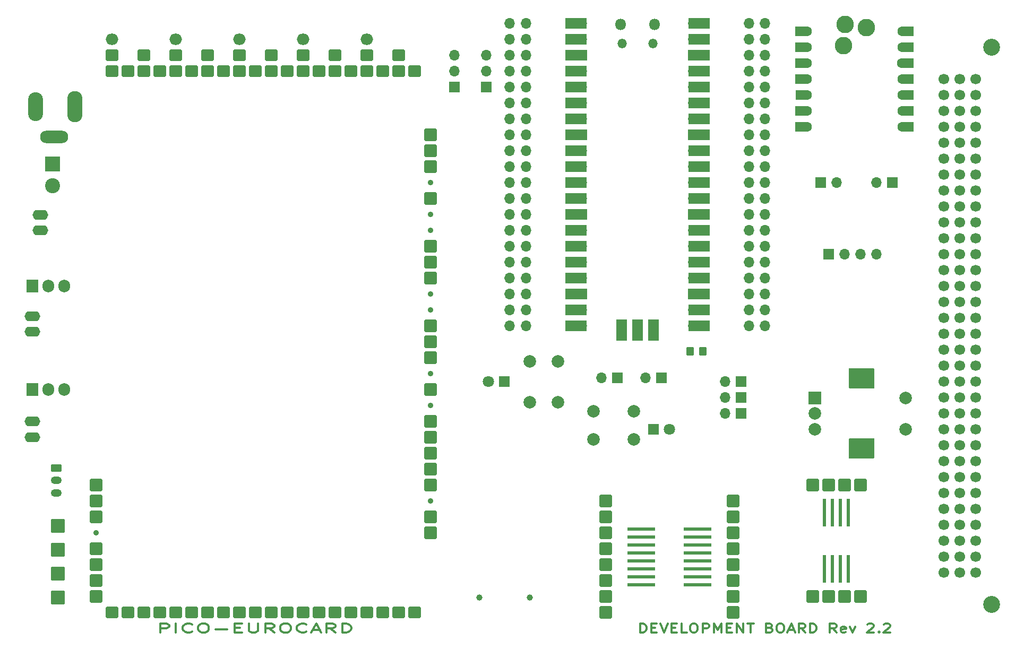
<source format=gts>
%TF.GenerationSoftware,KiCad,Pcbnew,(6.0.7)*%
%TF.CreationDate,2022-11-12T16:25:49+00:00*%
%TF.ProjectId,pico-euro,7069636f-2d65-4757-926f-2e6b69636164,rev?*%
%TF.SameCoordinates,Original*%
%TF.FileFunction,Soldermask,Top*%
%TF.FilePolarity,Negative*%
%FSLAX46Y46*%
G04 Gerber Fmt 4.6, Leading zero omitted, Abs format (unit mm)*
G04 Created by KiCad (PCBNEW (6.0.7)) date 2022-11-12 16:25:49*
%MOMM*%
%LPD*%
G01*
G04 APERTURE LIST*
G04 Aperture macros list*
%AMRoundRect*
0 Rectangle with rounded corners*
0 $1 Rounding radius*
0 $2 $3 $4 $5 $6 $7 $8 $9 X,Y pos of 4 corners*
0 Add a 4 corners polygon primitive as box body*
4,1,4,$2,$3,$4,$5,$6,$7,$8,$9,$2,$3,0*
0 Add four circle primitives for the rounded corners*
1,1,$1+$1,$2,$3*
1,1,$1+$1,$4,$5*
1,1,$1+$1,$6,$7*
1,1,$1+$1,$8,$9*
0 Add four rect primitives between the rounded corners*
20,1,$1+$1,$2,$3,$4,$5,0*
20,1,$1+$1,$4,$5,$6,$7,0*
20,1,$1+$1,$6,$7,$8,$9,0*
20,1,$1+$1,$8,$9,$2,$3,0*%
%AMFreePoly0*
4,1,45,1.912603,1.631106,1.928902,1.631106,1.941342,1.622068,1.956012,1.617454,1.965717,1.604359,1.978902,1.594779,1.983654,1.580154,1.992810,1.567799,1.992964,1.551500,1.998000,1.536000,1.998000,-1.500000,1.993154,-1.514916,1.993203,-1.530602,1.983844,-1.543570,1.978902,-1.558779,1.966213,-1.567998,1.957034,-1.580716,1.941840,-1.585706,1.928902,-1.595106,1.913217,-1.595106,
1.898315,-1.600000,-1.911685,-1.612000,-1.926910,-1.607106,-1.942902,-1.607106,-1.955591,-1.597887,-1.970524,-1.593087,-1.979965,-1.580179,-1.992902,-1.570779,-1.997749,-1.555861,-2.007008,-1.543201,-2.007058,-1.527209,-2.012000,-1.512000,-2.012000,1.500000,-2.007249,1.514623,-2.007394,1.530002,-1.997938,1.543279,-1.992902,1.558779,-1.980462,1.567817,-1.971541,1.580343,-1.956088,1.585526,
-1.942902,1.595106,-1.927525,1.595106,-1.912945,1.599996,1.897055,1.635996,1.912603,1.631106,1.912603,1.631106,$1*%
%AMFreePoly1*
4,1,45,1.898315,1.600000,1.913217,1.595106,1.928902,1.595106,1.941840,1.585706,1.957034,1.580716,1.966213,1.567998,1.978902,1.558779,1.983844,1.543570,1.993203,1.530602,1.993154,1.514916,1.998000,1.500000,1.998000,-1.536000,1.992964,-1.551500,1.992810,-1.567799,1.983654,-1.580154,1.978902,-1.594779,1.965717,-1.604359,1.956012,-1.617454,1.941342,-1.622068,1.928902,-1.631106,
1.912603,-1.631106,1.897055,-1.635996,-1.912945,-1.599996,-1.927525,-1.595106,-1.942902,-1.595106,-1.956088,-1.585526,-1.971541,-1.580343,-1.980462,-1.567817,-1.992902,-1.558779,-1.997938,-1.543279,-2.007394,-1.530002,-2.007249,-1.514623,-2.012000,-1.500000,-2.012000,1.512000,-2.007058,1.527209,-2.007008,1.543201,-1.997749,1.555861,-1.992902,1.570779,-1.979965,1.580179,-1.970524,1.593087,
-1.955591,1.597887,-1.942902,1.607106,-1.926910,1.607106,-1.911685,1.612000,1.898315,1.600000,1.898315,1.600000,$1*%
G04 Aperture macros list end*
%ADD10C,0.350000*%
%ADD11O,1.700000X1.700000*%
%ADD12R,1.905000X2.000000*%
%ADD13O,1.905000X2.000000*%
%ADD14C,0.900000*%
%ADD15RoundRect,0.180000X-0.820000X0.720000X-0.820000X-0.720000X0.820000X-0.720000X0.820000X0.720000X0*%
%ADD16RoundRect,0.200000X-0.800000X-0.800000X0.800000X-0.800000X0.800000X0.800000X-0.800000X0.800000X0*%
%ADD17RoundRect,0.200000X0.800000X-0.800000X0.800000X0.800000X-0.800000X0.800000X-0.800000X-0.800000X0*%
%ADD18RoundRect,0.200000X0.800000X0.800000X-0.800000X0.800000X-0.800000X-0.800000X0.800000X-0.800000X0*%
%ADD19R,0.600000X4.500000*%
%ADD20R,1.700000X1.700000*%
%ADD21RoundRect,0.250000X-0.625000X0.350000X-0.625000X-0.350000X0.625000X-0.350000X0.625000X0.350000X0*%
%ADD22O,1.750000X1.200000*%
%ADD23O,2.500000X1.600000*%
%ADD24R,2.000000X2.000000*%
%ADD25C,2.000000*%
%ADD26FreePoly0,0.000000*%
%ADD27FreePoly1,0.000000*%
%ADD28O,2.000000X1.800000*%
%ADD29C,2.700000*%
%ADD30C,1.700000*%
%ADD31RoundRect,0.220000X0.880000X0.880000X-0.880000X0.880000X-0.880000X-0.880000X0.880000X-0.880000X0*%
%ADD32O,2.400000X5.000000*%
%ADD33O,4.500000X2.000000*%
%ADD34O,2.400000X4.600000*%
%ADD35RoundRect,0.250000X-0.350000X-0.450000X0.350000X-0.450000X0.350000X0.450000X-0.350000X0.450000X0*%
%ADD36RoundRect,0.180000X0.820000X-0.720000X0.820000X0.720000X-0.820000X0.720000X-0.820000X-0.720000X0*%
%ADD37R,2.000000X1.580000*%
%ADD38C,1.600000*%
%ADD39C,2.800000*%
%ADD40R,2.400000X2.400000*%
%ADD41C,2.400000*%
%ADD42R,1.800000X1.800000*%
%ADD43C,1.800000*%
%ADD44RoundRect,0.200000X-0.800000X0.800000X-0.800000X-0.800000X0.800000X-0.800000X0.800000X0.800000X0*%
%ADD45R,1.700000X3.500000*%
%ADD46R,3.500000X1.700000*%
%ADD47O,1.800000X1.800000*%
%ADD48O,1.500000X1.500000*%
%ADD49R,4.500000X0.600000*%
%ADD50C,1.000000*%
G04 APERTURE END LIST*
D10*
X129974285Y-135253333D02*
X129974285Y-133853333D01*
X130402857Y-133853333D01*
X130660000Y-133920000D01*
X130831428Y-134053333D01*
X130917142Y-134186666D01*
X131002857Y-134453333D01*
X131002857Y-134653333D01*
X130917142Y-134920000D01*
X130831428Y-135053333D01*
X130660000Y-135186666D01*
X130402857Y-135253333D01*
X129974285Y-135253333D01*
X131774285Y-134520000D02*
X132374285Y-134520000D01*
X132631428Y-135253333D02*
X131774285Y-135253333D01*
X131774285Y-133853333D01*
X132631428Y-133853333D01*
X133145714Y-133853333D02*
X133745714Y-135253333D01*
X134345714Y-133853333D01*
X134945714Y-134520000D02*
X135545714Y-134520000D01*
X135802857Y-135253333D02*
X134945714Y-135253333D01*
X134945714Y-133853333D01*
X135802857Y-133853333D01*
X137431428Y-135253333D02*
X136574285Y-135253333D01*
X136574285Y-133853333D01*
X138374285Y-133853333D02*
X138717142Y-133853333D01*
X138888571Y-133920000D01*
X139060000Y-134053333D01*
X139145714Y-134320000D01*
X139145714Y-134786666D01*
X139060000Y-135053333D01*
X138888571Y-135186666D01*
X138717142Y-135253333D01*
X138374285Y-135253333D01*
X138202857Y-135186666D01*
X138031428Y-135053333D01*
X137945714Y-134786666D01*
X137945714Y-134320000D01*
X138031428Y-134053333D01*
X138202857Y-133920000D01*
X138374285Y-133853333D01*
X139917142Y-135253333D02*
X139917142Y-133853333D01*
X140602857Y-133853333D01*
X140774285Y-133920000D01*
X140860000Y-133986666D01*
X140945714Y-134120000D01*
X140945714Y-134320000D01*
X140860000Y-134453333D01*
X140774285Y-134520000D01*
X140602857Y-134586666D01*
X139917142Y-134586666D01*
X141717142Y-135253333D02*
X141717142Y-133853333D01*
X142317142Y-134853333D01*
X142917142Y-133853333D01*
X142917142Y-135253333D01*
X143774285Y-134520000D02*
X144374285Y-134520000D01*
X144631428Y-135253333D02*
X143774285Y-135253333D01*
X143774285Y-133853333D01*
X144631428Y-133853333D01*
X145402857Y-135253333D02*
X145402857Y-133853333D01*
X146431428Y-135253333D01*
X146431428Y-133853333D01*
X147031428Y-133853333D02*
X148060000Y-133853333D01*
X147545714Y-135253333D02*
X147545714Y-133853333D01*
X150631428Y-134520000D02*
X150888571Y-134586666D01*
X150974285Y-134653333D01*
X151060000Y-134786666D01*
X151060000Y-134986666D01*
X150974285Y-135120000D01*
X150888571Y-135186666D01*
X150717142Y-135253333D01*
X150031428Y-135253333D01*
X150031428Y-133853333D01*
X150631428Y-133853333D01*
X150802857Y-133920000D01*
X150888571Y-133986666D01*
X150974285Y-134120000D01*
X150974285Y-134253333D01*
X150888571Y-134386666D01*
X150802857Y-134453333D01*
X150631428Y-134520000D01*
X150031428Y-134520000D01*
X152174285Y-133853333D02*
X152517142Y-133853333D01*
X152688571Y-133920000D01*
X152860000Y-134053333D01*
X152945714Y-134320000D01*
X152945714Y-134786666D01*
X152860000Y-135053333D01*
X152688571Y-135186666D01*
X152517142Y-135253333D01*
X152174285Y-135253333D01*
X152002857Y-135186666D01*
X151831428Y-135053333D01*
X151745714Y-134786666D01*
X151745714Y-134320000D01*
X151831428Y-134053333D01*
X152002857Y-133920000D01*
X152174285Y-133853333D01*
X153631428Y-134853333D02*
X154488571Y-134853333D01*
X153460000Y-135253333D02*
X154060000Y-133853333D01*
X154660000Y-135253333D01*
X156288571Y-135253333D02*
X155688571Y-134586666D01*
X155260000Y-135253333D02*
X155260000Y-133853333D01*
X155945714Y-133853333D01*
X156117142Y-133920000D01*
X156202857Y-133986666D01*
X156288571Y-134120000D01*
X156288571Y-134320000D01*
X156202857Y-134453333D01*
X156117142Y-134520000D01*
X155945714Y-134586666D01*
X155260000Y-134586666D01*
X157060000Y-135253333D02*
X157060000Y-133853333D01*
X157488571Y-133853333D01*
X157745714Y-133920000D01*
X157917142Y-134053333D01*
X158002857Y-134186666D01*
X158088571Y-134453333D01*
X158088571Y-134653333D01*
X158002857Y-134920000D01*
X157917142Y-135053333D01*
X157745714Y-135186666D01*
X157488571Y-135253333D01*
X157060000Y-135253333D01*
X161260000Y-135253333D02*
X160660000Y-134586666D01*
X160231428Y-135253333D02*
X160231428Y-133853333D01*
X160917142Y-133853333D01*
X161088571Y-133920000D01*
X161174285Y-133986666D01*
X161260000Y-134120000D01*
X161260000Y-134320000D01*
X161174285Y-134453333D01*
X161088571Y-134520000D01*
X160917142Y-134586666D01*
X160231428Y-134586666D01*
X162717142Y-135186666D02*
X162545714Y-135253333D01*
X162202857Y-135253333D01*
X162031428Y-135186666D01*
X161945714Y-135053333D01*
X161945714Y-134520000D01*
X162031428Y-134386666D01*
X162202857Y-134320000D01*
X162545714Y-134320000D01*
X162717142Y-134386666D01*
X162802857Y-134520000D01*
X162802857Y-134653333D01*
X161945714Y-134786666D01*
X163402857Y-134320000D02*
X163831428Y-135253333D01*
X164260000Y-134320000D01*
X166231428Y-133986666D02*
X166317142Y-133920000D01*
X166488571Y-133853333D01*
X166917142Y-133853333D01*
X167088571Y-133920000D01*
X167174285Y-133986666D01*
X167260000Y-134120000D01*
X167260000Y-134253333D01*
X167174285Y-134453333D01*
X166145714Y-135253333D01*
X167260000Y-135253333D01*
X168031428Y-135120000D02*
X168117142Y-135186666D01*
X168031428Y-135253333D01*
X167945714Y-135186666D01*
X168031428Y-135120000D01*
X168031428Y-135253333D01*
X168802857Y-133986666D02*
X168888571Y-133920000D01*
X169060000Y-133853333D01*
X169488571Y-133853333D01*
X169660000Y-133920000D01*
X169745714Y-133986666D01*
X169831428Y-134120000D01*
X169831428Y-134253333D01*
X169745714Y-134453333D01*
X168717142Y-135253333D01*
X169831428Y-135253333D01*
X53401428Y-135253333D02*
X53401428Y-133853333D01*
X54353809Y-133853333D01*
X54591904Y-133920000D01*
X54710952Y-133986666D01*
X54830000Y-134120000D01*
X54830000Y-134320000D01*
X54710952Y-134453333D01*
X54591904Y-134520000D01*
X54353809Y-134586666D01*
X53401428Y-134586666D01*
X55901428Y-135253333D02*
X55901428Y-133853333D01*
X58520476Y-135120000D02*
X58401428Y-135186666D01*
X58044285Y-135253333D01*
X57806190Y-135253333D01*
X57449047Y-135186666D01*
X57210952Y-135053333D01*
X57091904Y-134920000D01*
X56972857Y-134653333D01*
X56972857Y-134453333D01*
X57091904Y-134186666D01*
X57210952Y-134053333D01*
X57449047Y-133920000D01*
X57806190Y-133853333D01*
X58044285Y-133853333D01*
X58401428Y-133920000D01*
X58520476Y-133986666D01*
X60068095Y-133853333D02*
X60544285Y-133853333D01*
X60782380Y-133920000D01*
X61020476Y-134053333D01*
X61139523Y-134320000D01*
X61139523Y-134786666D01*
X61020476Y-135053333D01*
X60782380Y-135186666D01*
X60544285Y-135253333D01*
X60068095Y-135253333D01*
X59830000Y-135186666D01*
X59591904Y-135053333D01*
X59472857Y-134786666D01*
X59472857Y-134320000D01*
X59591904Y-134053333D01*
X59830000Y-133920000D01*
X60068095Y-133853333D01*
X62210952Y-134720000D02*
X64115714Y-134720000D01*
X65306190Y-134520000D02*
X66139523Y-134520000D01*
X66496666Y-135253333D02*
X65306190Y-135253333D01*
X65306190Y-133853333D01*
X66496666Y-133853333D01*
X67568095Y-133853333D02*
X67568095Y-134986666D01*
X67687142Y-135120000D01*
X67806190Y-135186666D01*
X68044285Y-135253333D01*
X68520476Y-135253333D01*
X68758571Y-135186666D01*
X68877619Y-135120000D01*
X68996666Y-134986666D01*
X68996666Y-133853333D01*
X71615714Y-135253333D02*
X70782380Y-134586666D01*
X70187142Y-135253333D02*
X70187142Y-133853333D01*
X71139523Y-133853333D01*
X71377619Y-133920000D01*
X71496666Y-133986666D01*
X71615714Y-134120000D01*
X71615714Y-134320000D01*
X71496666Y-134453333D01*
X71377619Y-134520000D01*
X71139523Y-134586666D01*
X70187142Y-134586666D01*
X73163333Y-133853333D02*
X73639523Y-133853333D01*
X73877619Y-133920000D01*
X74115714Y-134053333D01*
X74234761Y-134320000D01*
X74234761Y-134786666D01*
X74115714Y-135053333D01*
X73877619Y-135186666D01*
X73639523Y-135253333D01*
X73163333Y-135253333D01*
X72925238Y-135186666D01*
X72687142Y-135053333D01*
X72568095Y-134786666D01*
X72568095Y-134320000D01*
X72687142Y-134053333D01*
X72925238Y-133920000D01*
X73163333Y-133853333D01*
X76734761Y-135120000D02*
X76615714Y-135186666D01*
X76258571Y-135253333D01*
X76020476Y-135253333D01*
X75663333Y-135186666D01*
X75425238Y-135053333D01*
X75306190Y-134920000D01*
X75187142Y-134653333D01*
X75187142Y-134453333D01*
X75306190Y-134186666D01*
X75425238Y-134053333D01*
X75663333Y-133920000D01*
X76020476Y-133853333D01*
X76258571Y-133853333D01*
X76615714Y-133920000D01*
X76734761Y-133986666D01*
X77687142Y-134853333D02*
X78877619Y-134853333D01*
X77449047Y-135253333D02*
X78282380Y-133853333D01*
X79115714Y-135253333D01*
X81377619Y-135253333D02*
X80544285Y-134586666D01*
X79949047Y-135253333D02*
X79949047Y-133853333D01*
X80901428Y-133853333D01*
X81139523Y-133920000D01*
X81258571Y-133986666D01*
X81377619Y-134120000D01*
X81377619Y-134320000D01*
X81258571Y-134453333D01*
X81139523Y-134520000D01*
X80901428Y-134586666D01*
X79949047Y-134586666D01*
X82449047Y-135253333D02*
X82449047Y-133853333D01*
X83044285Y-133853333D01*
X83401428Y-133920000D01*
X83639523Y-134053333D01*
X83758571Y-134186666D01*
X83877619Y-134453333D01*
X83877619Y-134653333D01*
X83758571Y-134920000D01*
X83639523Y-135053333D01*
X83401428Y-135186666D01*
X83044285Y-135253333D01*
X82449047Y-135253333D01*
D11*
%TO.C,J2*%
X109160000Y-38100000D03*
X111760000Y-38100000D03*
X109160000Y-40640000D03*
X111760000Y-40640000D03*
X111760000Y-43180000D03*
X109160000Y-43180000D03*
X111760000Y-45720000D03*
X109160000Y-45720000D03*
X111760000Y-48260000D03*
X109160000Y-48260000D03*
X109160000Y-50800000D03*
X111760000Y-50800000D03*
X111760000Y-53340000D03*
X109160000Y-53340000D03*
X111760000Y-55880000D03*
X109160000Y-55880000D03*
X111760000Y-58420000D03*
X109160000Y-58420000D03*
X109160000Y-60960000D03*
X111760000Y-60960000D03*
X109160000Y-63500000D03*
X111760000Y-63500000D03*
X109160000Y-66040000D03*
X111760000Y-66040000D03*
X111760000Y-68580000D03*
X109160000Y-68580000D03*
X109160000Y-71120000D03*
X111760000Y-71120000D03*
X109160000Y-73660000D03*
X111760000Y-73660000D03*
X111760000Y-76200000D03*
X109160000Y-76200000D03*
X109160000Y-78740000D03*
X111760000Y-78740000D03*
X109160000Y-81280000D03*
X111760000Y-81280000D03*
X111760000Y-83820000D03*
X109160000Y-83820000D03*
X111760000Y-86360000D03*
X109160000Y-86360000D03*
%TD*%
D12*
%TO.C,U4*%
X33020000Y-80010000D03*
D13*
X35560000Y-80010000D03*
X38100000Y-80010000D03*
%TD*%
D14*
%TO.C,H37*%
X96520000Y-63500000D03*
%TD*%
%TO.C,H43*%
X96520000Y-81280000D03*
%TD*%
D15*
%TO.C,J16*%
X45720000Y-43180000D03*
X81280000Y-43180000D03*
X66040000Y-43180000D03*
X50800000Y-43180000D03*
X76200000Y-43180000D03*
X60960000Y-43180000D03*
X71120000Y-43180000D03*
X86360000Y-43180000D03*
X55880000Y-43180000D03*
X91440000Y-43180000D03*
%TD*%
D14*
%TO.C,H4*%
X43180000Y-119380000D03*
%TD*%
%TO.C,H40*%
X96520000Y-68580000D03*
%TD*%
D16*
%TO.C,J24*%
X124460000Y-114300000D03*
X124460000Y-116840000D03*
X124460000Y-119380000D03*
X124460000Y-121920000D03*
%TD*%
D17*
%TO.C,J31*%
X157480000Y-129540000D03*
X160020000Y-129540000D03*
X162560000Y-129540000D03*
X165100000Y-129540000D03*
%TD*%
D14*
%TO.C,H42*%
X96520000Y-93980000D03*
%TD*%
D18*
%TO.C,J23*%
X96520000Y-111760000D03*
X96520000Y-109220000D03*
X96520000Y-106680000D03*
X96520000Y-104140000D03*
X96520000Y-101600000D03*
%TD*%
D14*
%TO.C,H38*%
X96520000Y-99060000D03*
%TD*%
D18*
%TO.C,J12*%
X43180000Y-129540000D03*
X43180000Y-127000000D03*
X43180000Y-124460000D03*
X43180000Y-121920000D03*
%TD*%
D19*
%TO.C,J30*%
X163195000Y-116150000D03*
X161925000Y-116150000D03*
X160655000Y-116150000D03*
X159385000Y-116150000D03*
X159385000Y-125150000D03*
X160655000Y-125150000D03*
X161925000Y-125150000D03*
X163195000Y-125150000D03*
%TD*%
D16*
%TO.C,J35*%
X96520000Y-96520000D03*
%TD*%
D20*
%TO.C,J42*%
X146050000Y-95250000D03*
D11*
X143510000Y-95250000D03*
%TD*%
D21*
%TO.C,J10*%
X36830000Y-108998000D03*
D22*
X36830000Y-110998000D03*
X36830000Y-112998000D03*
%TD*%
D18*
%TO.C,J27*%
X144780000Y-121920000D03*
X144780000Y-119380000D03*
X144780000Y-116840000D03*
X144780000Y-114300000D03*
%TD*%
D23*
%TO.C,C4*%
X33020000Y-87272500D03*
X33020000Y-84772500D03*
%TD*%
D18*
%TO.C,J28*%
X144780000Y-132080000D03*
X144780000Y-129540000D03*
X144780000Y-127000000D03*
X144780000Y-124460000D03*
%TD*%
D24*
%TO.C,SW3*%
X157787500Y-97830000D03*
D25*
X157787500Y-102830000D03*
X157787500Y-100330000D03*
D26*
X165287500Y-105930000D03*
D27*
X165287500Y-94730000D03*
D25*
X172287500Y-97830000D03*
X172287500Y-102830000D03*
%TD*%
D18*
%TO.C,J22*%
X96520000Y-78740000D03*
X96520000Y-76200000D03*
X96520000Y-73660000D03*
%TD*%
%TO.C,J32*%
X96520000Y-91440000D03*
X96520000Y-88900000D03*
X96520000Y-86360000D03*
%TD*%
D20*
%TO.C,J5*%
X126365000Y-94615000D03*
D11*
X123825000Y-94615000D03*
%TD*%
D16*
%TO.C,J37*%
X96520000Y-116840000D03*
X96520000Y-119380000D03*
%TD*%
D28*
%TO.C,J18*%
X66040000Y-40640000D03*
X55880000Y-40640000D03*
X76200000Y-40640000D03*
X45720000Y-40640000D03*
X86360000Y-40640000D03*
%TD*%
D29*
%TO.C,J1*%
X185980000Y-41910000D03*
X185980000Y-130810000D03*
D30*
X183440000Y-46990000D03*
X183440000Y-49530000D03*
X183440000Y-52070000D03*
X183440000Y-54610000D03*
X183440000Y-57150000D03*
X183440000Y-59690000D03*
X183440000Y-62230000D03*
X183440000Y-64770000D03*
X183440000Y-67310000D03*
X183440000Y-69850000D03*
X183440000Y-72390000D03*
X183440000Y-74930000D03*
X183440000Y-77470000D03*
X183440000Y-80010000D03*
X183440000Y-82550000D03*
X183440000Y-85090000D03*
X183440000Y-87630000D03*
X183440000Y-90170000D03*
X183440000Y-92710000D03*
X183440000Y-95250000D03*
X183440000Y-97790000D03*
X183440000Y-100330000D03*
X183440000Y-102870000D03*
X183440000Y-105410000D03*
X183440000Y-107950000D03*
X183440000Y-110490000D03*
X183440000Y-113030000D03*
X183440000Y-115570000D03*
X183440000Y-118110000D03*
X183440000Y-120650000D03*
X183440000Y-123190000D03*
X183440000Y-125730000D03*
X180900000Y-46990000D03*
X180900000Y-49530000D03*
X180900000Y-52070000D03*
X180900000Y-54610000D03*
X180900000Y-57150000D03*
X180900000Y-59690000D03*
X180900000Y-62230000D03*
X180900000Y-64770000D03*
X180900000Y-67310000D03*
X180900000Y-69850000D03*
X180900000Y-72390000D03*
X180900000Y-74930000D03*
X180900000Y-77470000D03*
X180900000Y-80010000D03*
X180900000Y-82550000D03*
X180900000Y-85090000D03*
X180900000Y-87630000D03*
X180900000Y-90170000D03*
X180900000Y-92710000D03*
X180900000Y-95250000D03*
X180900000Y-97790000D03*
X180900000Y-100330000D03*
X180900000Y-102870000D03*
X180900000Y-105410000D03*
X180900000Y-107950000D03*
X180900000Y-110490000D03*
X180900000Y-113030000D03*
X180900000Y-115570000D03*
X180900000Y-118110000D03*
X180900000Y-120650000D03*
X180900000Y-123190000D03*
X180900000Y-125730000D03*
X178360000Y-46990000D03*
X178360000Y-49530000D03*
X178360000Y-52070000D03*
X178360000Y-54610000D03*
X178360000Y-57150000D03*
X178360000Y-59690000D03*
X178360000Y-62230000D03*
X178360000Y-64770000D03*
X178360000Y-67310000D03*
X178360000Y-69850000D03*
X178360000Y-72390000D03*
X178360000Y-74930000D03*
X178360000Y-77470000D03*
X178360000Y-80010000D03*
X178360000Y-82550000D03*
X178360000Y-85090000D03*
X178360000Y-87630000D03*
X178360000Y-90170000D03*
X178360000Y-92710000D03*
X178360000Y-95250000D03*
X178360000Y-97790000D03*
X178360000Y-100330000D03*
X178360000Y-102870000D03*
X178360000Y-105410000D03*
X178360000Y-107950000D03*
X178360000Y-110490000D03*
X178360000Y-113030000D03*
X178360000Y-115570000D03*
X178360000Y-118110000D03*
X178360000Y-120650000D03*
X178360000Y-123190000D03*
X178360000Y-125730000D03*
%TD*%
D20*
%TO.C,J20*%
X100330000Y-48260000D03*
D11*
X100330000Y-45720000D03*
X100330000Y-43180000D03*
%TD*%
D31*
%TO.C,J15*%
X37084000Y-129667000D03*
X37084000Y-125857000D03*
X37084000Y-122047000D03*
X37084000Y-118237000D03*
%TD*%
D11*
%TO.C,J3*%
X147320000Y-86360000D03*
X149860000Y-86360000D03*
X149860000Y-83820000D03*
X147320000Y-83820000D03*
X149860000Y-81280000D03*
X147320000Y-81280000D03*
X149860000Y-78740000D03*
X147320000Y-78740000D03*
X149860000Y-76200000D03*
X147320000Y-76200000D03*
X149860000Y-73660000D03*
X147320000Y-73660000D03*
X147320000Y-71120000D03*
X149860000Y-71120000D03*
X147320000Y-68580000D03*
X149860000Y-68580000D03*
X147320000Y-66040000D03*
X149860000Y-66040000D03*
X147320000Y-63500000D03*
X149860000Y-63500000D03*
X149860000Y-60960000D03*
X147320000Y-60960000D03*
X147320000Y-58420000D03*
X149860000Y-58420000D03*
X147320000Y-55880000D03*
X149860000Y-55880000D03*
X147320000Y-53340000D03*
X149860000Y-53340000D03*
X147320000Y-50800000D03*
X149860000Y-50800000D03*
X147320000Y-48260000D03*
X149860000Y-48260000D03*
X149860000Y-45720000D03*
X147320000Y-45720000D03*
X147320000Y-43180000D03*
X149860000Y-43180000D03*
X149860000Y-40640000D03*
X147320000Y-40640000D03*
X147320000Y-38100000D03*
X149860000Y-38100000D03*
%TD*%
D32*
%TO.C,J7*%
X39820000Y-51360000D03*
D33*
X36520000Y-56160000D03*
D34*
X33520000Y-51360000D03*
%TD*%
D20*
%TO.C,J21*%
X105410000Y-48260000D03*
D11*
X105410000Y-45720000D03*
X105410000Y-43180000D03*
%TD*%
D35*
%TO.C,R1*%
X137938000Y-90424000D03*
X139938000Y-90424000D03*
%TD*%
D25*
%TO.C,SW2*%
X122480000Y-99985000D03*
X128980000Y-99985000D03*
X122480000Y-104485000D03*
X128980000Y-104485000D03*
%TD*%
%TO.C,SW1*%
X116840000Y-98500000D03*
X116840000Y-92000000D03*
X112340000Y-98500000D03*
X112340000Y-92000000D03*
%TD*%
D20*
%TO.C,J41*%
X146050000Y-100330000D03*
D11*
X143510000Y-100330000D03*
%TD*%
D12*
%TO.C,U2*%
X33020000Y-96500000D03*
D13*
X35560000Y-96500000D03*
X38100000Y-96500000D03*
%TD*%
D20*
%TO.C,J6*%
X160020000Y-74930000D03*
D11*
X162560000Y-74930000D03*
X165100000Y-74930000D03*
X167640000Y-74930000D03*
%TD*%
D18*
%TO.C,J34*%
X96520000Y-58420000D03*
X96520000Y-55880000D03*
%TD*%
D36*
%TO.C,J19*%
X48260000Y-132080000D03*
X83820000Y-132080000D03*
X73660000Y-132080000D03*
X91440000Y-132080000D03*
X53340000Y-132080000D03*
X76200000Y-132080000D03*
X50800000Y-132080000D03*
X58420000Y-132080000D03*
X45720000Y-132080000D03*
X55880000Y-132080000D03*
X81280000Y-132080000D03*
X63500000Y-132080000D03*
X93980000Y-132080000D03*
X86360000Y-132080000D03*
X66040000Y-132080000D03*
X78740000Y-132080000D03*
X68580000Y-132080000D03*
X60960000Y-132080000D03*
X88900000Y-132080000D03*
X71120000Y-132080000D03*
%TD*%
D20*
%TO.C,J39*%
X170180000Y-63500000D03*
D11*
X167640000Y-63500000D03*
%TD*%
D14*
%TO.C,H39*%
X96520000Y-114300000D03*
%TD*%
D16*
%TO.C,J25*%
X124460000Y-124460000D03*
X124460000Y-127000000D03*
X124460000Y-129540000D03*
X124460000Y-132080000D03*
%TD*%
D14*
%TO.C,H41*%
X96520000Y-83820000D03*
%TD*%
%TO.C,H36*%
X96520000Y-71120000D03*
%TD*%
D20*
%TO.C,J38*%
X158750000Y-63500000D03*
D11*
X161290000Y-63500000D03*
%TD*%
D23*
%TO.C,C1*%
X34290000Y-71100000D03*
X34290000Y-68600000D03*
%TD*%
D37*
%TO.C,U3*%
X155727500Y-39370000D03*
D38*
X156527500Y-39370000D03*
D37*
X155727500Y-41910000D03*
D38*
X156527500Y-41910000D03*
X156527500Y-44450000D03*
D37*
X155727500Y-44450000D03*
X155727500Y-46990000D03*
D38*
X156527500Y-46990000D03*
X156577500Y-49530000D03*
D37*
X155777500Y-49530000D03*
X155727500Y-52070000D03*
D38*
X156527500Y-52070000D03*
X156527500Y-54610000D03*
D37*
X155727500Y-54610000D03*
X172567500Y-54610000D03*
D38*
X171767500Y-54610000D03*
D37*
X172567500Y-52070000D03*
D38*
X171767500Y-52070000D03*
D37*
X172567500Y-49530000D03*
D38*
X171767500Y-49530000D03*
D37*
X172567500Y-46990000D03*
D38*
X171767500Y-46990000D03*
D37*
X172517500Y-44450000D03*
D38*
X171717500Y-44450000D03*
D37*
X172567500Y-41910000D03*
D38*
X171767500Y-41910000D03*
X171767500Y-39370000D03*
D37*
X172567500Y-39370000D03*
D39*
X166052500Y-38735000D03*
X162623500Y-38227000D03*
X162369500Y-41656000D03*
%TD*%
D40*
%TO.C,J9*%
X36260000Y-60480000D03*
D41*
X36260000Y-63980000D03*
%TD*%
D42*
%TO.C,D2*%
X108272500Y-95250000D03*
D43*
X105732500Y-95250000D03*
%TD*%
D36*
%TO.C,J17*%
X53340000Y-45720000D03*
X58420000Y-45720000D03*
X48260000Y-45720000D03*
X66040000Y-45720000D03*
X73660000Y-45720000D03*
X78740000Y-45720000D03*
X93980000Y-45720000D03*
X83820000Y-45720000D03*
X68580000Y-45720000D03*
X86360000Y-45720000D03*
X50800000Y-45720000D03*
X60960000Y-45720000D03*
X71120000Y-45720000D03*
X81280000Y-45720000D03*
X88900000Y-45720000D03*
X55880000Y-45720000D03*
X76200000Y-45720000D03*
X91440000Y-45720000D03*
X45720000Y-45720000D03*
X63500000Y-45720000D03*
%TD*%
D42*
%TO.C,D1*%
X132075000Y-102870000D03*
D43*
X134615000Y-102870000D03*
%TD*%
D16*
%TO.C,J11*%
X43180000Y-111760000D03*
X43180000Y-114300000D03*
X43180000Y-116840000D03*
%TD*%
D20*
%TO.C,J4*%
X133350000Y-94615000D03*
D11*
X130810000Y-94615000D03*
%TD*%
D44*
%TO.C,J29*%
X165100000Y-111760000D03*
X162560000Y-111760000D03*
X160020000Y-111760000D03*
X157480000Y-111760000D03*
%TD*%
D45*
%TO.C,U1*%
X132080000Y-87030000D03*
D11*
X132080000Y-86130000D03*
D20*
X129540000Y-86130000D03*
D45*
X129540000Y-87030000D03*
X127000000Y-87030000D03*
D11*
X127000000Y-86130000D03*
X138430000Y-38100000D03*
D46*
X139330000Y-38100000D03*
D11*
X138430000Y-40640000D03*
D46*
X139330000Y-40640000D03*
D20*
X138430000Y-43180000D03*
D46*
X139330000Y-43180000D03*
D11*
X138430000Y-45720000D03*
D46*
X139330000Y-45720000D03*
D11*
X138430000Y-48260000D03*
D46*
X139330000Y-48260000D03*
X139330000Y-50800000D03*
D11*
X138430000Y-50800000D03*
D46*
X139330000Y-53340000D03*
D11*
X138430000Y-53340000D03*
D20*
X138430000Y-55880000D03*
D46*
X139330000Y-55880000D03*
D11*
X138430000Y-58420000D03*
D46*
X139330000Y-58420000D03*
D11*
X138430000Y-60960000D03*
D46*
X139330000Y-60960000D03*
X139330000Y-63500000D03*
D11*
X138430000Y-63500000D03*
D46*
X139330000Y-66040000D03*
D11*
X138430000Y-66040000D03*
D20*
X138430000Y-68580000D03*
D46*
X139330000Y-68580000D03*
D11*
X138430000Y-71120000D03*
D46*
X139330000Y-71120000D03*
X139330000Y-73660000D03*
D11*
X138430000Y-73660000D03*
X138430000Y-76200000D03*
D46*
X139330000Y-76200000D03*
X139330000Y-78740000D03*
D11*
X138430000Y-78740000D03*
D46*
X139330000Y-81280000D03*
D20*
X138430000Y-81280000D03*
D11*
X138430000Y-83820000D03*
D46*
X139330000Y-83820000D03*
X139330000Y-86360000D03*
D11*
X138430000Y-86360000D03*
X120650000Y-86360000D03*
D46*
X119750000Y-86360000D03*
D11*
X120650000Y-83820000D03*
D46*
X119750000Y-83820000D03*
D20*
X120650000Y-81280000D03*
D46*
X119750000Y-81280000D03*
D11*
X120650000Y-78740000D03*
D46*
X119750000Y-78740000D03*
D11*
X120650000Y-76200000D03*
D46*
X119750000Y-76200000D03*
D11*
X120650000Y-73660000D03*
D46*
X119750000Y-73660000D03*
X119750000Y-71120000D03*
D11*
X120650000Y-71120000D03*
D46*
X119750000Y-68580000D03*
D20*
X120650000Y-68580000D03*
D11*
X120650000Y-66040000D03*
D46*
X119750000Y-66040000D03*
D11*
X120650000Y-63500000D03*
D46*
X119750000Y-63500000D03*
D11*
X120650000Y-60960000D03*
D46*
X119750000Y-60960000D03*
D11*
X120650000Y-58420000D03*
D46*
X119750000Y-58420000D03*
D20*
X120650000Y-55880000D03*
D46*
X119750000Y-55880000D03*
D11*
X120650000Y-53340000D03*
D46*
X119750000Y-53340000D03*
X119750000Y-50800000D03*
D11*
X120650000Y-50800000D03*
X120650000Y-48260000D03*
D46*
X119750000Y-48260000D03*
D11*
X120650000Y-45720000D03*
D46*
X119750000Y-45720000D03*
D20*
X120650000Y-43180000D03*
D46*
X119750000Y-43180000D03*
X119750000Y-40640000D03*
D11*
X120650000Y-40640000D03*
X120650000Y-38100000D03*
D46*
X119750000Y-38100000D03*
D47*
X132265000Y-38230000D03*
D48*
X127115000Y-41260000D03*
D47*
X126815000Y-38230000D03*
D48*
X131965000Y-41260000D03*
%TD*%
D16*
%TO.C,J36*%
X96520000Y-66040000D03*
%TD*%
%TO.C,J33*%
X96520000Y-60960000D03*
%TD*%
D23*
%TO.C,C3*%
X33000000Y-104100000D03*
X33000000Y-101600000D03*
%TD*%
D49*
%TO.C,J26*%
X130120000Y-118745000D03*
X130120000Y-120015000D03*
X130120000Y-121285000D03*
X130120000Y-122555000D03*
X130120000Y-123825000D03*
X130120000Y-125095000D03*
X130120000Y-126365000D03*
X130120000Y-127635000D03*
X139120000Y-127635000D03*
X139120000Y-126365000D03*
X139120000Y-125095000D03*
X139120000Y-123825000D03*
X139120000Y-122555000D03*
X139120000Y-121285000D03*
X139120000Y-120015000D03*
X139120000Y-118745000D03*
%TD*%
D20*
%TO.C,J43*%
X146050000Y-97790000D03*
D11*
X143510000Y-97790000D03*
%TD*%
D50*
%TO.C,J40*%
X112333000Y-129648000D03*
X104353000Y-129648000D03*
%TD*%
M02*

</source>
